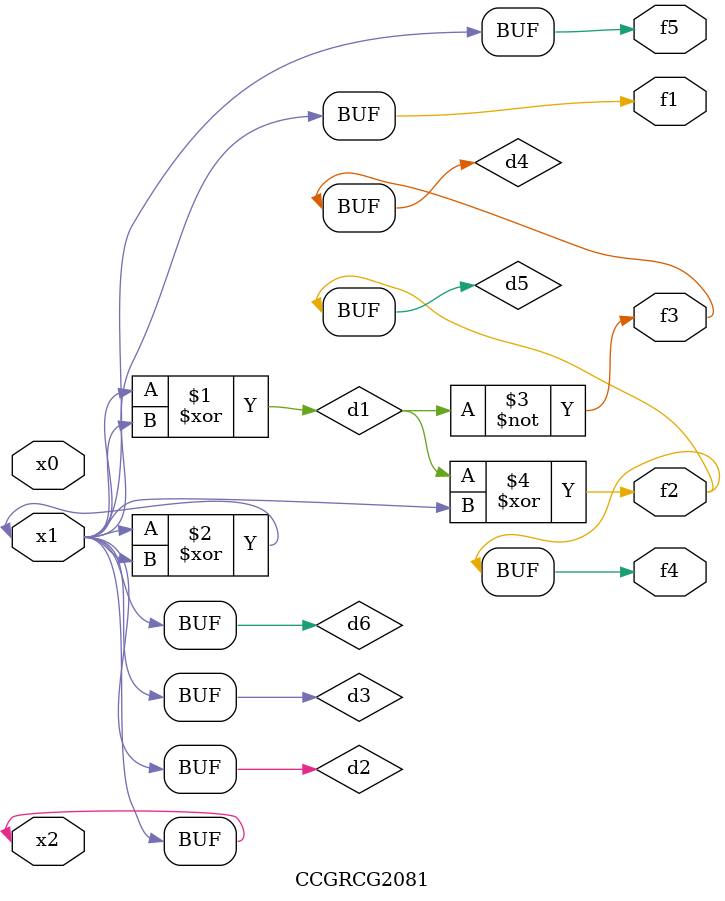
<source format=v>
module CCGRCG2081(
	input x0, x1, x2,
	output f1, f2, f3, f4, f5
);

	wire d1, d2, d3, d4, d5, d6;

	xor (d1, x1, x2);
	buf (d2, x1, x2);
	xor (d3, x1, x2);
	nor (d4, d1);
	xor (d5, d1, d2);
	buf (d6, d2, d3);
	assign f1 = d6;
	assign f2 = d5;
	assign f3 = d4;
	assign f4 = d5;
	assign f5 = d6;
endmodule

</source>
